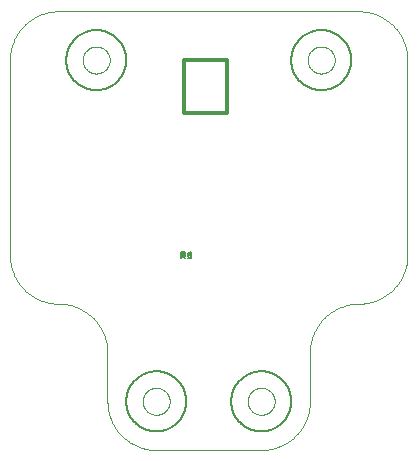
<source format=gto>
G75*
%MOIN*%
%OFA0B0*%
%FSLAX25Y25*%
%IPPOS*%
%LPD*%
%AMOC8*
5,1,8,0,0,1.08239X$1,22.5*
%
%ADD10C,0.00000*%
%ADD11C,0.00600*%
%ADD12C,0.00500*%
%ADD13C,0.01181*%
D10*
X0047650Y0035150D02*
X0047645Y0035543D01*
X0047631Y0035935D01*
X0047607Y0036327D01*
X0047574Y0036718D01*
X0047532Y0037109D01*
X0047479Y0037498D01*
X0047418Y0037886D01*
X0047347Y0038272D01*
X0047267Y0038656D01*
X0047178Y0039039D01*
X0047079Y0039419D01*
X0046971Y0039797D01*
X0046855Y0040172D01*
X0046729Y0040544D01*
X0046594Y0040912D01*
X0046450Y0041278D01*
X0046298Y0041640D01*
X0046137Y0041998D01*
X0045967Y0042352D01*
X0045789Y0042702D01*
X0045602Y0043047D01*
X0045407Y0043388D01*
X0045204Y0043724D01*
X0044993Y0044055D01*
X0044773Y0044381D01*
X0044547Y0044702D01*
X0044312Y0045016D01*
X0044070Y0045326D01*
X0043820Y0045629D01*
X0043563Y0045926D01*
X0043299Y0046217D01*
X0043028Y0046501D01*
X0042751Y0046778D01*
X0042467Y0047049D01*
X0042176Y0047313D01*
X0041879Y0047570D01*
X0041576Y0047820D01*
X0041266Y0048062D01*
X0040952Y0048297D01*
X0040631Y0048523D01*
X0040305Y0048743D01*
X0039974Y0048954D01*
X0039638Y0049157D01*
X0039297Y0049352D01*
X0038952Y0049539D01*
X0038602Y0049717D01*
X0038248Y0049887D01*
X0037890Y0050048D01*
X0037528Y0050200D01*
X0037162Y0050344D01*
X0036794Y0050479D01*
X0036422Y0050605D01*
X0036047Y0050721D01*
X0035669Y0050829D01*
X0035289Y0050928D01*
X0034906Y0051017D01*
X0034522Y0051097D01*
X0034136Y0051168D01*
X0033748Y0051229D01*
X0033359Y0051282D01*
X0032968Y0051324D01*
X0032577Y0051357D01*
X0032185Y0051381D01*
X0031793Y0051395D01*
X0031400Y0051400D01*
X0031007Y0051405D01*
X0030615Y0051419D01*
X0030223Y0051443D01*
X0029832Y0051476D01*
X0029441Y0051518D01*
X0029052Y0051571D01*
X0028664Y0051632D01*
X0028278Y0051703D01*
X0027894Y0051783D01*
X0027511Y0051872D01*
X0027131Y0051971D01*
X0026753Y0052079D01*
X0026378Y0052195D01*
X0026006Y0052321D01*
X0025638Y0052456D01*
X0025272Y0052600D01*
X0024910Y0052752D01*
X0024552Y0052913D01*
X0024198Y0053083D01*
X0023848Y0053261D01*
X0023503Y0053448D01*
X0023162Y0053643D01*
X0022826Y0053846D01*
X0022495Y0054057D01*
X0022169Y0054277D01*
X0021848Y0054503D01*
X0021534Y0054738D01*
X0021224Y0054980D01*
X0020921Y0055230D01*
X0020624Y0055487D01*
X0020333Y0055751D01*
X0020049Y0056022D01*
X0019772Y0056299D01*
X0019501Y0056583D01*
X0019237Y0056874D01*
X0018980Y0057171D01*
X0018730Y0057474D01*
X0018488Y0057784D01*
X0018253Y0058098D01*
X0018027Y0058419D01*
X0017807Y0058745D01*
X0017596Y0059076D01*
X0017393Y0059412D01*
X0017198Y0059753D01*
X0017011Y0060098D01*
X0016833Y0060448D01*
X0016663Y0060802D01*
X0016502Y0061160D01*
X0016350Y0061522D01*
X0016206Y0061888D01*
X0016071Y0062256D01*
X0015945Y0062628D01*
X0015829Y0063003D01*
X0015721Y0063381D01*
X0015622Y0063761D01*
X0015533Y0064144D01*
X0015453Y0064528D01*
X0015382Y0064914D01*
X0015321Y0065302D01*
X0015268Y0065691D01*
X0015226Y0066082D01*
X0015193Y0066473D01*
X0015169Y0066865D01*
X0015155Y0067257D01*
X0015150Y0067650D01*
X0015150Y0132650D01*
X0015155Y0133043D01*
X0015169Y0133435D01*
X0015193Y0133827D01*
X0015226Y0134218D01*
X0015268Y0134609D01*
X0015321Y0134998D01*
X0015382Y0135386D01*
X0015453Y0135772D01*
X0015533Y0136156D01*
X0015622Y0136539D01*
X0015721Y0136919D01*
X0015829Y0137297D01*
X0015945Y0137672D01*
X0016071Y0138044D01*
X0016206Y0138412D01*
X0016350Y0138778D01*
X0016502Y0139140D01*
X0016663Y0139498D01*
X0016833Y0139852D01*
X0017011Y0140202D01*
X0017198Y0140547D01*
X0017393Y0140888D01*
X0017596Y0141224D01*
X0017807Y0141555D01*
X0018027Y0141881D01*
X0018253Y0142202D01*
X0018488Y0142516D01*
X0018730Y0142826D01*
X0018980Y0143129D01*
X0019237Y0143426D01*
X0019501Y0143717D01*
X0019772Y0144001D01*
X0020049Y0144278D01*
X0020333Y0144549D01*
X0020624Y0144813D01*
X0020921Y0145070D01*
X0021224Y0145320D01*
X0021534Y0145562D01*
X0021848Y0145797D01*
X0022169Y0146023D01*
X0022495Y0146243D01*
X0022826Y0146454D01*
X0023162Y0146657D01*
X0023503Y0146852D01*
X0023848Y0147039D01*
X0024198Y0147217D01*
X0024552Y0147387D01*
X0024910Y0147548D01*
X0025272Y0147700D01*
X0025638Y0147844D01*
X0026006Y0147979D01*
X0026378Y0148105D01*
X0026753Y0148221D01*
X0027131Y0148329D01*
X0027511Y0148428D01*
X0027894Y0148517D01*
X0028278Y0148597D01*
X0028664Y0148668D01*
X0029052Y0148729D01*
X0029441Y0148782D01*
X0029832Y0148824D01*
X0030223Y0148857D01*
X0030615Y0148881D01*
X0031007Y0148895D01*
X0031400Y0148900D01*
X0131400Y0148900D01*
X0131793Y0148895D01*
X0132185Y0148881D01*
X0132577Y0148857D01*
X0132968Y0148824D01*
X0133359Y0148782D01*
X0133748Y0148729D01*
X0134136Y0148668D01*
X0134522Y0148597D01*
X0134906Y0148517D01*
X0135289Y0148428D01*
X0135669Y0148329D01*
X0136047Y0148221D01*
X0136422Y0148105D01*
X0136794Y0147979D01*
X0137162Y0147844D01*
X0137528Y0147700D01*
X0137890Y0147548D01*
X0138248Y0147387D01*
X0138602Y0147217D01*
X0138952Y0147039D01*
X0139297Y0146852D01*
X0139638Y0146657D01*
X0139974Y0146454D01*
X0140305Y0146243D01*
X0140631Y0146023D01*
X0140952Y0145797D01*
X0141266Y0145562D01*
X0141576Y0145320D01*
X0141879Y0145070D01*
X0142176Y0144813D01*
X0142467Y0144549D01*
X0142751Y0144278D01*
X0143028Y0144001D01*
X0143299Y0143717D01*
X0143563Y0143426D01*
X0143820Y0143129D01*
X0144070Y0142826D01*
X0144312Y0142516D01*
X0144547Y0142202D01*
X0144773Y0141881D01*
X0144993Y0141555D01*
X0145204Y0141224D01*
X0145407Y0140888D01*
X0145602Y0140547D01*
X0145789Y0140202D01*
X0145967Y0139852D01*
X0146137Y0139498D01*
X0146298Y0139140D01*
X0146450Y0138778D01*
X0146594Y0138412D01*
X0146729Y0138044D01*
X0146855Y0137672D01*
X0146971Y0137297D01*
X0147079Y0136919D01*
X0147178Y0136539D01*
X0147267Y0136156D01*
X0147347Y0135772D01*
X0147418Y0135386D01*
X0147479Y0134998D01*
X0147532Y0134609D01*
X0147574Y0134218D01*
X0147607Y0133827D01*
X0147631Y0133435D01*
X0147645Y0133043D01*
X0147650Y0132650D01*
X0147650Y0067650D01*
X0147645Y0067257D01*
X0147631Y0066865D01*
X0147607Y0066473D01*
X0147574Y0066082D01*
X0147532Y0065691D01*
X0147479Y0065302D01*
X0147418Y0064914D01*
X0147347Y0064528D01*
X0147267Y0064144D01*
X0147178Y0063761D01*
X0147079Y0063381D01*
X0146971Y0063003D01*
X0146855Y0062628D01*
X0146729Y0062256D01*
X0146594Y0061888D01*
X0146450Y0061522D01*
X0146298Y0061160D01*
X0146137Y0060802D01*
X0145967Y0060448D01*
X0145789Y0060098D01*
X0145602Y0059753D01*
X0145407Y0059412D01*
X0145204Y0059076D01*
X0144993Y0058745D01*
X0144773Y0058419D01*
X0144547Y0058098D01*
X0144312Y0057784D01*
X0144070Y0057474D01*
X0143820Y0057171D01*
X0143563Y0056874D01*
X0143299Y0056583D01*
X0143028Y0056299D01*
X0142751Y0056022D01*
X0142467Y0055751D01*
X0142176Y0055487D01*
X0141879Y0055230D01*
X0141576Y0054980D01*
X0141266Y0054738D01*
X0140952Y0054503D01*
X0140631Y0054277D01*
X0140305Y0054057D01*
X0139974Y0053846D01*
X0139638Y0053643D01*
X0139297Y0053448D01*
X0138952Y0053261D01*
X0138602Y0053083D01*
X0138248Y0052913D01*
X0137890Y0052752D01*
X0137528Y0052600D01*
X0137162Y0052456D01*
X0136794Y0052321D01*
X0136422Y0052195D01*
X0136047Y0052079D01*
X0135669Y0051971D01*
X0135289Y0051872D01*
X0134906Y0051783D01*
X0134522Y0051703D01*
X0134136Y0051632D01*
X0133748Y0051571D01*
X0133359Y0051518D01*
X0132968Y0051476D01*
X0132577Y0051443D01*
X0132185Y0051419D01*
X0131793Y0051405D01*
X0131400Y0051400D01*
X0131007Y0051395D01*
X0130615Y0051381D01*
X0130223Y0051357D01*
X0129832Y0051324D01*
X0129441Y0051282D01*
X0129052Y0051229D01*
X0128664Y0051168D01*
X0128278Y0051097D01*
X0127894Y0051017D01*
X0127511Y0050928D01*
X0127131Y0050829D01*
X0126753Y0050721D01*
X0126378Y0050605D01*
X0126006Y0050479D01*
X0125638Y0050344D01*
X0125272Y0050200D01*
X0124910Y0050048D01*
X0124552Y0049887D01*
X0124198Y0049717D01*
X0123848Y0049539D01*
X0123503Y0049352D01*
X0123162Y0049157D01*
X0122826Y0048954D01*
X0122495Y0048743D01*
X0122169Y0048523D01*
X0121848Y0048297D01*
X0121534Y0048062D01*
X0121224Y0047820D01*
X0120921Y0047570D01*
X0120624Y0047313D01*
X0120333Y0047049D01*
X0120049Y0046778D01*
X0119772Y0046501D01*
X0119501Y0046217D01*
X0119237Y0045926D01*
X0118980Y0045629D01*
X0118730Y0045326D01*
X0118488Y0045016D01*
X0118253Y0044702D01*
X0118027Y0044381D01*
X0117807Y0044055D01*
X0117596Y0043724D01*
X0117393Y0043388D01*
X0117198Y0043047D01*
X0117011Y0042702D01*
X0116833Y0042352D01*
X0116663Y0041998D01*
X0116502Y0041640D01*
X0116350Y0041278D01*
X0116206Y0040912D01*
X0116071Y0040544D01*
X0115945Y0040172D01*
X0115829Y0039797D01*
X0115721Y0039419D01*
X0115622Y0039039D01*
X0115533Y0038656D01*
X0115453Y0038272D01*
X0115382Y0037886D01*
X0115321Y0037498D01*
X0115268Y0037109D01*
X0115226Y0036718D01*
X0115193Y0036327D01*
X0115169Y0035935D01*
X0115155Y0035543D01*
X0115150Y0035150D01*
X0115150Y0018900D01*
X0115145Y0018507D01*
X0115131Y0018115D01*
X0115107Y0017723D01*
X0115074Y0017332D01*
X0115032Y0016941D01*
X0114979Y0016552D01*
X0114918Y0016164D01*
X0114847Y0015778D01*
X0114767Y0015394D01*
X0114678Y0015011D01*
X0114579Y0014631D01*
X0114471Y0014253D01*
X0114355Y0013878D01*
X0114229Y0013506D01*
X0114094Y0013138D01*
X0113950Y0012772D01*
X0113798Y0012410D01*
X0113637Y0012052D01*
X0113467Y0011698D01*
X0113289Y0011348D01*
X0113102Y0011003D01*
X0112907Y0010662D01*
X0112704Y0010326D01*
X0112493Y0009995D01*
X0112273Y0009669D01*
X0112047Y0009348D01*
X0111812Y0009034D01*
X0111570Y0008724D01*
X0111320Y0008421D01*
X0111063Y0008124D01*
X0110799Y0007833D01*
X0110528Y0007549D01*
X0110251Y0007272D01*
X0109967Y0007001D01*
X0109676Y0006737D01*
X0109379Y0006480D01*
X0109076Y0006230D01*
X0108766Y0005988D01*
X0108452Y0005753D01*
X0108131Y0005527D01*
X0107805Y0005307D01*
X0107474Y0005096D01*
X0107138Y0004893D01*
X0106797Y0004698D01*
X0106452Y0004511D01*
X0106102Y0004333D01*
X0105748Y0004163D01*
X0105390Y0004002D01*
X0105028Y0003850D01*
X0104662Y0003706D01*
X0104294Y0003571D01*
X0103922Y0003445D01*
X0103547Y0003329D01*
X0103169Y0003221D01*
X0102789Y0003122D01*
X0102406Y0003033D01*
X0102022Y0002953D01*
X0101636Y0002882D01*
X0101248Y0002821D01*
X0100859Y0002768D01*
X0100468Y0002726D01*
X0100077Y0002693D01*
X0099685Y0002669D01*
X0099293Y0002655D01*
X0098900Y0002650D01*
X0063900Y0002650D01*
X0063507Y0002655D01*
X0063115Y0002669D01*
X0062723Y0002693D01*
X0062332Y0002726D01*
X0061941Y0002768D01*
X0061552Y0002821D01*
X0061164Y0002882D01*
X0060778Y0002953D01*
X0060394Y0003033D01*
X0060011Y0003122D01*
X0059631Y0003221D01*
X0059253Y0003329D01*
X0058878Y0003445D01*
X0058506Y0003571D01*
X0058138Y0003706D01*
X0057772Y0003850D01*
X0057410Y0004002D01*
X0057052Y0004163D01*
X0056698Y0004333D01*
X0056348Y0004511D01*
X0056003Y0004698D01*
X0055662Y0004893D01*
X0055326Y0005096D01*
X0054995Y0005307D01*
X0054669Y0005527D01*
X0054348Y0005753D01*
X0054034Y0005988D01*
X0053724Y0006230D01*
X0053421Y0006480D01*
X0053124Y0006737D01*
X0052833Y0007001D01*
X0052549Y0007272D01*
X0052272Y0007549D01*
X0052001Y0007833D01*
X0051737Y0008124D01*
X0051480Y0008421D01*
X0051230Y0008724D01*
X0050988Y0009034D01*
X0050753Y0009348D01*
X0050527Y0009669D01*
X0050307Y0009995D01*
X0050096Y0010326D01*
X0049893Y0010662D01*
X0049698Y0011003D01*
X0049511Y0011348D01*
X0049333Y0011698D01*
X0049163Y0012052D01*
X0049002Y0012410D01*
X0048850Y0012772D01*
X0048706Y0013138D01*
X0048571Y0013506D01*
X0048445Y0013878D01*
X0048329Y0014253D01*
X0048221Y0014631D01*
X0048122Y0015011D01*
X0048033Y0015394D01*
X0047953Y0015778D01*
X0047882Y0016164D01*
X0047821Y0016552D01*
X0047768Y0016941D01*
X0047726Y0017332D01*
X0047693Y0017723D01*
X0047669Y0018115D01*
X0047655Y0018507D01*
X0047650Y0018900D01*
X0047650Y0035150D01*
X0059400Y0018900D02*
X0059402Y0019034D01*
X0059408Y0019168D01*
X0059418Y0019301D01*
X0059432Y0019435D01*
X0059450Y0019568D01*
X0059472Y0019700D01*
X0059497Y0019831D01*
X0059527Y0019962D01*
X0059561Y0020092D01*
X0059598Y0020220D01*
X0059639Y0020348D01*
X0059684Y0020474D01*
X0059733Y0020599D01*
X0059785Y0020722D01*
X0059841Y0020844D01*
X0059901Y0020964D01*
X0059964Y0021082D01*
X0060031Y0021198D01*
X0060101Y0021312D01*
X0060175Y0021424D01*
X0060252Y0021534D01*
X0060332Y0021642D01*
X0060415Y0021747D01*
X0060501Y0021849D01*
X0060590Y0021949D01*
X0060683Y0022046D01*
X0060778Y0022141D01*
X0060876Y0022232D01*
X0060976Y0022321D01*
X0061079Y0022406D01*
X0061185Y0022489D01*
X0061293Y0022568D01*
X0061403Y0022644D01*
X0061516Y0022717D01*
X0061631Y0022786D01*
X0061747Y0022852D01*
X0061866Y0022914D01*
X0061986Y0022973D01*
X0062109Y0023028D01*
X0062232Y0023080D01*
X0062357Y0023127D01*
X0062484Y0023171D01*
X0062612Y0023212D01*
X0062741Y0023248D01*
X0062871Y0023281D01*
X0063002Y0023309D01*
X0063133Y0023334D01*
X0063266Y0023355D01*
X0063399Y0023372D01*
X0063532Y0023385D01*
X0063666Y0023394D01*
X0063800Y0023399D01*
X0063934Y0023400D01*
X0064067Y0023397D01*
X0064201Y0023390D01*
X0064335Y0023379D01*
X0064468Y0023364D01*
X0064601Y0023345D01*
X0064733Y0023322D01*
X0064864Y0023296D01*
X0064994Y0023265D01*
X0065124Y0023230D01*
X0065252Y0023192D01*
X0065379Y0023150D01*
X0065505Y0023104D01*
X0065630Y0023054D01*
X0065753Y0023001D01*
X0065874Y0022944D01*
X0065994Y0022883D01*
X0066111Y0022819D01*
X0066227Y0022752D01*
X0066341Y0022681D01*
X0066452Y0022606D01*
X0066561Y0022529D01*
X0066668Y0022448D01*
X0066773Y0022364D01*
X0066874Y0022277D01*
X0066974Y0022187D01*
X0067070Y0022094D01*
X0067164Y0021998D01*
X0067255Y0021899D01*
X0067342Y0021798D01*
X0067427Y0021694D01*
X0067509Y0021588D01*
X0067587Y0021480D01*
X0067662Y0021369D01*
X0067734Y0021256D01*
X0067803Y0021140D01*
X0067868Y0021023D01*
X0067929Y0020904D01*
X0067987Y0020783D01*
X0068041Y0020661D01*
X0068092Y0020537D01*
X0068139Y0020411D01*
X0068182Y0020284D01*
X0068221Y0020156D01*
X0068257Y0020027D01*
X0068288Y0019897D01*
X0068316Y0019766D01*
X0068340Y0019634D01*
X0068360Y0019501D01*
X0068376Y0019368D01*
X0068388Y0019235D01*
X0068396Y0019101D01*
X0068400Y0018967D01*
X0068400Y0018833D01*
X0068396Y0018699D01*
X0068388Y0018565D01*
X0068376Y0018432D01*
X0068360Y0018299D01*
X0068340Y0018166D01*
X0068316Y0018034D01*
X0068288Y0017903D01*
X0068257Y0017773D01*
X0068221Y0017644D01*
X0068182Y0017516D01*
X0068139Y0017389D01*
X0068092Y0017263D01*
X0068041Y0017139D01*
X0067987Y0017017D01*
X0067929Y0016896D01*
X0067868Y0016777D01*
X0067803Y0016660D01*
X0067734Y0016544D01*
X0067662Y0016431D01*
X0067587Y0016320D01*
X0067509Y0016212D01*
X0067427Y0016106D01*
X0067342Y0016002D01*
X0067255Y0015901D01*
X0067164Y0015802D01*
X0067070Y0015706D01*
X0066974Y0015613D01*
X0066874Y0015523D01*
X0066773Y0015436D01*
X0066668Y0015352D01*
X0066561Y0015271D01*
X0066452Y0015194D01*
X0066341Y0015119D01*
X0066227Y0015048D01*
X0066111Y0014981D01*
X0065994Y0014917D01*
X0065874Y0014856D01*
X0065753Y0014799D01*
X0065630Y0014746D01*
X0065505Y0014696D01*
X0065379Y0014650D01*
X0065252Y0014608D01*
X0065124Y0014570D01*
X0064994Y0014535D01*
X0064864Y0014504D01*
X0064733Y0014478D01*
X0064601Y0014455D01*
X0064468Y0014436D01*
X0064335Y0014421D01*
X0064201Y0014410D01*
X0064067Y0014403D01*
X0063934Y0014400D01*
X0063800Y0014401D01*
X0063666Y0014406D01*
X0063532Y0014415D01*
X0063399Y0014428D01*
X0063266Y0014445D01*
X0063133Y0014466D01*
X0063002Y0014491D01*
X0062871Y0014519D01*
X0062741Y0014552D01*
X0062612Y0014588D01*
X0062484Y0014629D01*
X0062357Y0014673D01*
X0062232Y0014720D01*
X0062109Y0014772D01*
X0061986Y0014827D01*
X0061866Y0014886D01*
X0061747Y0014948D01*
X0061631Y0015014D01*
X0061516Y0015083D01*
X0061403Y0015156D01*
X0061293Y0015232D01*
X0061185Y0015311D01*
X0061079Y0015394D01*
X0060976Y0015479D01*
X0060876Y0015568D01*
X0060778Y0015659D01*
X0060683Y0015754D01*
X0060590Y0015851D01*
X0060501Y0015951D01*
X0060415Y0016053D01*
X0060332Y0016158D01*
X0060252Y0016266D01*
X0060175Y0016376D01*
X0060101Y0016488D01*
X0060031Y0016602D01*
X0059964Y0016718D01*
X0059901Y0016836D01*
X0059841Y0016956D01*
X0059785Y0017078D01*
X0059733Y0017201D01*
X0059684Y0017326D01*
X0059639Y0017452D01*
X0059598Y0017580D01*
X0059561Y0017708D01*
X0059527Y0017838D01*
X0059497Y0017969D01*
X0059472Y0018100D01*
X0059450Y0018232D01*
X0059432Y0018365D01*
X0059418Y0018499D01*
X0059408Y0018632D01*
X0059402Y0018766D01*
X0059400Y0018900D01*
X0094400Y0018900D02*
X0094402Y0019034D01*
X0094408Y0019168D01*
X0094418Y0019301D01*
X0094432Y0019435D01*
X0094450Y0019568D01*
X0094472Y0019700D01*
X0094497Y0019831D01*
X0094527Y0019962D01*
X0094561Y0020092D01*
X0094598Y0020220D01*
X0094639Y0020348D01*
X0094684Y0020474D01*
X0094733Y0020599D01*
X0094785Y0020722D01*
X0094841Y0020844D01*
X0094901Y0020964D01*
X0094964Y0021082D01*
X0095031Y0021198D01*
X0095101Y0021312D01*
X0095175Y0021424D01*
X0095252Y0021534D01*
X0095332Y0021642D01*
X0095415Y0021747D01*
X0095501Y0021849D01*
X0095590Y0021949D01*
X0095683Y0022046D01*
X0095778Y0022141D01*
X0095876Y0022232D01*
X0095976Y0022321D01*
X0096079Y0022406D01*
X0096185Y0022489D01*
X0096293Y0022568D01*
X0096403Y0022644D01*
X0096516Y0022717D01*
X0096631Y0022786D01*
X0096747Y0022852D01*
X0096866Y0022914D01*
X0096986Y0022973D01*
X0097109Y0023028D01*
X0097232Y0023080D01*
X0097357Y0023127D01*
X0097484Y0023171D01*
X0097612Y0023212D01*
X0097741Y0023248D01*
X0097871Y0023281D01*
X0098002Y0023309D01*
X0098133Y0023334D01*
X0098266Y0023355D01*
X0098399Y0023372D01*
X0098532Y0023385D01*
X0098666Y0023394D01*
X0098800Y0023399D01*
X0098934Y0023400D01*
X0099067Y0023397D01*
X0099201Y0023390D01*
X0099335Y0023379D01*
X0099468Y0023364D01*
X0099601Y0023345D01*
X0099733Y0023322D01*
X0099864Y0023296D01*
X0099994Y0023265D01*
X0100124Y0023230D01*
X0100252Y0023192D01*
X0100379Y0023150D01*
X0100505Y0023104D01*
X0100630Y0023054D01*
X0100753Y0023001D01*
X0100874Y0022944D01*
X0100994Y0022883D01*
X0101111Y0022819D01*
X0101227Y0022752D01*
X0101341Y0022681D01*
X0101452Y0022606D01*
X0101561Y0022529D01*
X0101668Y0022448D01*
X0101773Y0022364D01*
X0101874Y0022277D01*
X0101974Y0022187D01*
X0102070Y0022094D01*
X0102164Y0021998D01*
X0102255Y0021899D01*
X0102342Y0021798D01*
X0102427Y0021694D01*
X0102509Y0021588D01*
X0102587Y0021480D01*
X0102662Y0021369D01*
X0102734Y0021256D01*
X0102803Y0021140D01*
X0102868Y0021023D01*
X0102929Y0020904D01*
X0102987Y0020783D01*
X0103041Y0020661D01*
X0103092Y0020537D01*
X0103139Y0020411D01*
X0103182Y0020284D01*
X0103221Y0020156D01*
X0103257Y0020027D01*
X0103288Y0019897D01*
X0103316Y0019766D01*
X0103340Y0019634D01*
X0103360Y0019501D01*
X0103376Y0019368D01*
X0103388Y0019235D01*
X0103396Y0019101D01*
X0103400Y0018967D01*
X0103400Y0018833D01*
X0103396Y0018699D01*
X0103388Y0018565D01*
X0103376Y0018432D01*
X0103360Y0018299D01*
X0103340Y0018166D01*
X0103316Y0018034D01*
X0103288Y0017903D01*
X0103257Y0017773D01*
X0103221Y0017644D01*
X0103182Y0017516D01*
X0103139Y0017389D01*
X0103092Y0017263D01*
X0103041Y0017139D01*
X0102987Y0017017D01*
X0102929Y0016896D01*
X0102868Y0016777D01*
X0102803Y0016660D01*
X0102734Y0016544D01*
X0102662Y0016431D01*
X0102587Y0016320D01*
X0102509Y0016212D01*
X0102427Y0016106D01*
X0102342Y0016002D01*
X0102255Y0015901D01*
X0102164Y0015802D01*
X0102070Y0015706D01*
X0101974Y0015613D01*
X0101874Y0015523D01*
X0101773Y0015436D01*
X0101668Y0015352D01*
X0101561Y0015271D01*
X0101452Y0015194D01*
X0101341Y0015119D01*
X0101227Y0015048D01*
X0101111Y0014981D01*
X0100994Y0014917D01*
X0100874Y0014856D01*
X0100753Y0014799D01*
X0100630Y0014746D01*
X0100505Y0014696D01*
X0100379Y0014650D01*
X0100252Y0014608D01*
X0100124Y0014570D01*
X0099994Y0014535D01*
X0099864Y0014504D01*
X0099733Y0014478D01*
X0099601Y0014455D01*
X0099468Y0014436D01*
X0099335Y0014421D01*
X0099201Y0014410D01*
X0099067Y0014403D01*
X0098934Y0014400D01*
X0098800Y0014401D01*
X0098666Y0014406D01*
X0098532Y0014415D01*
X0098399Y0014428D01*
X0098266Y0014445D01*
X0098133Y0014466D01*
X0098002Y0014491D01*
X0097871Y0014519D01*
X0097741Y0014552D01*
X0097612Y0014588D01*
X0097484Y0014629D01*
X0097357Y0014673D01*
X0097232Y0014720D01*
X0097109Y0014772D01*
X0096986Y0014827D01*
X0096866Y0014886D01*
X0096747Y0014948D01*
X0096631Y0015014D01*
X0096516Y0015083D01*
X0096403Y0015156D01*
X0096293Y0015232D01*
X0096185Y0015311D01*
X0096079Y0015394D01*
X0095976Y0015479D01*
X0095876Y0015568D01*
X0095778Y0015659D01*
X0095683Y0015754D01*
X0095590Y0015851D01*
X0095501Y0015951D01*
X0095415Y0016053D01*
X0095332Y0016158D01*
X0095252Y0016266D01*
X0095175Y0016376D01*
X0095101Y0016488D01*
X0095031Y0016602D01*
X0094964Y0016718D01*
X0094901Y0016836D01*
X0094841Y0016956D01*
X0094785Y0017078D01*
X0094733Y0017201D01*
X0094684Y0017326D01*
X0094639Y0017452D01*
X0094598Y0017580D01*
X0094561Y0017708D01*
X0094527Y0017838D01*
X0094497Y0017969D01*
X0094472Y0018100D01*
X0094450Y0018232D01*
X0094432Y0018365D01*
X0094418Y0018499D01*
X0094408Y0018632D01*
X0094402Y0018766D01*
X0094400Y0018900D01*
X0114400Y0132650D02*
X0114402Y0132784D01*
X0114408Y0132918D01*
X0114418Y0133051D01*
X0114432Y0133185D01*
X0114450Y0133318D01*
X0114472Y0133450D01*
X0114497Y0133581D01*
X0114527Y0133712D01*
X0114561Y0133842D01*
X0114598Y0133970D01*
X0114639Y0134098D01*
X0114684Y0134224D01*
X0114733Y0134349D01*
X0114785Y0134472D01*
X0114841Y0134594D01*
X0114901Y0134714D01*
X0114964Y0134832D01*
X0115031Y0134948D01*
X0115101Y0135062D01*
X0115175Y0135174D01*
X0115252Y0135284D01*
X0115332Y0135392D01*
X0115415Y0135497D01*
X0115501Y0135599D01*
X0115590Y0135699D01*
X0115683Y0135796D01*
X0115778Y0135891D01*
X0115876Y0135982D01*
X0115976Y0136071D01*
X0116079Y0136156D01*
X0116185Y0136239D01*
X0116293Y0136318D01*
X0116403Y0136394D01*
X0116516Y0136467D01*
X0116631Y0136536D01*
X0116747Y0136602D01*
X0116866Y0136664D01*
X0116986Y0136723D01*
X0117109Y0136778D01*
X0117232Y0136830D01*
X0117357Y0136877D01*
X0117484Y0136921D01*
X0117612Y0136962D01*
X0117741Y0136998D01*
X0117871Y0137031D01*
X0118002Y0137059D01*
X0118133Y0137084D01*
X0118266Y0137105D01*
X0118399Y0137122D01*
X0118532Y0137135D01*
X0118666Y0137144D01*
X0118800Y0137149D01*
X0118934Y0137150D01*
X0119067Y0137147D01*
X0119201Y0137140D01*
X0119335Y0137129D01*
X0119468Y0137114D01*
X0119601Y0137095D01*
X0119733Y0137072D01*
X0119864Y0137046D01*
X0119994Y0137015D01*
X0120124Y0136980D01*
X0120252Y0136942D01*
X0120379Y0136900D01*
X0120505Y0136854D01*
X0120630Y0136804D01*
X0120753Y0136751D01*
X0120874Y0136694D01*
X0120994Y0136633D01*
X0121111Y0136569D01*
X0121227Y0136502D01*
X0121341Y0136431D01*
X0121452Y0136356D01*
X0121561Y0136279D01*
X0121668Y0136198D01*
X0121773Y0136114D01*
X0121874Y0136027D01*
X0121974Y0135937D01*
X0122070Y0135844D01*
X0122164Y0135748D01*
X0122255Y0135649D01*
X0122342Y0135548D01*
X0122427Y0135444D01*
X0122509Y0135338D01*
X0122587Y0135230D01*
X0122662Y0135119D01*
X0122734Y0135006D01*
X0122803Y0134890D01*
X0122868Y0134773D01*
X0122929Y0134654D01*
X0122987Y0134533D01*
X0123041Y0134411D01*
X0123092Y0134287D01*
X0123139Y0134161D01*
X0123182Y0134034D01*
X0123221Y0133906D01*
X0123257Y0133777D01*
X0123288Y0133647D01*
X0123316Y0133516D01*
X0123340Y0133384D01*
X0123360Y0133251D01*
X0123376Y0133118D01*
X0123388Y0132985D01*
X0123396Y0132851D01*
X0123400Y0132717D01*
X0123400Y0132583D01*
X0123396Y0132449D01*
X0123388Y0132315D01*
X0123376Y0132182D01*
X0123360Y0132049D01*
X0123340Y0131916D01*
X0123316Y0131784D01*
X0123288Y0131653D01*
X0123257Y0131523D01*
X0123221Y0131394D01*
X0123182Y0131266D01*
X0123139Y0131139D01*
X0123092Y0131013D01*
X0123041Y0130889D01*
X0122987Y0130767D01*
X0122929Y0130646D01*
X0122868Y0130527D01*
X0122803Y0130410D01*
X0122734Y0130294D01*
X0122662Y0130181D01*
X0122587Y0130070D01*
X0122509Y0129962D01*
X0122427Y0129856D01*
X0122342Y0129752D01*
X0122255Y0129651D01*
X0122164Y0129552D01*
X0122070Y0129456D01*
X0121974Y0129363D01*
X0121874Y0129273D01*
X0121773Y0129186D01*
X0121668Y0129102D01*
X0121561Y0129021D01*
X0121452Y0128944D01*
X0121341Y0128869D01*
X0121227Y0128798D01*
X0121111Y0128731D01*
X0120994Y0128667D01*
X0120874Y0128606D01*
X0120753Y0128549D01*
X0120630Y0128496D01*
X0120505Y0128446D01*
X0120379Y0128400D01*
X0120252Y0128358D01*
X0120124Y0128320D01*
X0119994Y0128285D01*
X0119864Y0128254D01*
X0119733Y0128228D01*
X0119601Y0128205D01*
X0119468Y0128186D01*
X0119335Y0128171D01*
X0119201Y0128160D01*
X0119067Y0128153D01*
X0118934Y0128150D01*
X0118800Y0128151D01*
X0118666Y0128156D01*
X0118532Y0128165D01*
X0118399Y0128178D01*
X0118266Y0128195D01*
X0118133Y0128216D01*
X0118002Y0128241D01*
X0117871Y0128269D01*
X0117741Y0128302D01*
X0117612Y0128338D01*
X0117484Y0128379D01*
X0117357Y0128423D01*
X0117232Y0128470D01*
X0117109Y0128522D01*
X0116986Y0128577D01*
X0116866Y0128636D01*
X0116747Y0128698D01*
X0116631Y0128764D01*
X0116516Y0128833D01*
X0116403Y0128906D01*
X0116293Y0128982D01*
X0116185Y0129061D01*
X0116079Y0129144D01*
X0115976Y0129229D01*
X0115876Y0129318D01*
X0115778Y0129409D01*
X0115683Y0129504D01*
X0115590Y0129601D01*
X0115501Y0129701D01*
X0115415Y0129803D01*
X0115332Y0129908D01*
X0115252Y0130016D01*
X0115175Y0130126D01*
X0115101Y0130238D01*
X0115031Y0130352D01*
X0114964Y0130468D01*
X0114901Y0130586D01*
X0114841Y0130706D01*
X0114785Y0130828D01*
X0114733Y0130951D01*
X0114684Y0131076D01*
X0114639Y0131202D01*
X0114598Y0131330D01*
X0114561Y0131458D01*
X0114527Y0131588D01*
X0114497Y0131719D01*
X0114472Y0131850D01*
X0114450Y0131982D01*
X0114432Y0132115D01*
X0114418Y0132249D01*
X0114408Y0132382D01*
X0114402Y0132516D01*
X0114400Y0132650D01*
X0039400Y0132650D02*
X0039402Y0132784D01*
X0039408Y0132918D01*
X0039418Y0133051D01*
X0039432Y0133185D01*
X0039450Y0133318D01*
X0039472Y0133450D01*
X0039497Y0133581D01*
X0039527Y0133712D01*
X0039561Y0133842D01*
X0039598Y0133970D01*
X0039639Y0134098D01*
X0039684Y0134224D01*
X0039733Y0134349D01*
X0039785Y0134472D01*
X0039841Y0134594D01*
X0039901Y0134714D01*
X0039964Y0134832D01*
X0040031Y0134948D01*
X0040101Y0135062D01*
X0040175Y0135174D01*
X0040252Y0135284D01*
X0040332Y0135392D01*
X0040415Y0135497D01*
X0040501Y0135599D01*
X0040590Y0135699D01*
X0040683Y0135796D01*
X0040778Y0135891D01*
X0040876Y0135982D01*
X0040976Y0136071D01*
X0041079Y0136156D01*
X0041185Y0136239D01*
X0041293Y0136318D01*
X0041403Y0136394D01*
X0041516Y0136467D01*
X0041631Y0136536D01*
X0041747Y0136602D01*
X0041866Y0136664D01*
X0041986Y0136723D01*
X0042109Y0136778D01*
X0042232Y0136830D01*
X0042357Y0136877D01*
X0042484Y0136921D01*
X0042612Y0136962D01*
X0042741Y0136998D01*
X0042871Y0137031D01*
X0043002Y0137059D01*
X0043133Y0137084D01*
X0043266Y0137105D01*
X0043399Y0137122D01*
X0043532Y0137135D01*
X0043666Y0137144D01*
X0043800Y0137149D01*
X0043934Y0137150D01*
X0044067Y0137147D01*
X0044201Y0137140D01*
X0044335Y0137129D01*
X0044468Y0137114D01*
X0044601Y0137095D01*
X0044733Y0137072D01*
X0044864Y0137046D01*
X0044994Y0137015D01*
X0045124Y0136980D01*
X0045252Y0136942D01*
X0045379Y0136900D01*
X0045505Y0136854D01*
X0045630Y0136804D01*
X0045753Y0136751D01*
X0045874Y0136694D01*
X0045994Y0136633D01*
X0046111Y0136569D01*
X0046227Y0136502D01*
X0046341Y0136431D01*
X0046452Y0136356D01*
X0046561Y0136279D01*
X0046668Y0136198D01*
X0046773Y0136114D01*
X0046874Y0136027D01*
X0046974Y0135937D01*
X0047070Y0135844D01*
X0047164Y0135748D01*
X0047255Y0135649D01*
X0047342Y0135548D01*
X0047427Y0135444D01*
X0047509Y0135338D01*
X0047587Y0135230D01*
X0047662Y0135119D01*
X0047734Y0135006D01*
X0047803Y0134890D01*
X0047868Y0134773D01*
X0047929Y0134654D01*
X0047987Y0134533D01*
X0048041Y0134411D01*
X0048092Y0134287D01*
X0048139Y0134161D01*
X0048182Y0134034D01*
X0048221Y0133906D01*
X0048257Y0133777D01*
X0048288Y0133647D01*
X0048316Y0133516D01*
X0048340Y0133384D01*
X0048360Y0133251D01*
X0048376Y0133118D01*
X0048388Y0132985D01*
X0048396Y0132851D01*
X0048400Y0132717D01*
X0048400Y0132583D01*
X0048396Y0132449D01*
X0048388Y0132315D01*
X0048376Y0132182D01*
X0048360Y0132049D01*
X0048340Y0131916D01*
X0048316Y0131784D01*
X0048288Y0131653D01*
X0048257Y0131523D01*
X0048221Y0131394D01*
X0048182Y0131266D01*
X0048139Y0131139D01*
X0048092Y0131013D01*
X0048041Y0130889D01*
X0047987Y0130767D01*
X0047929Y0130646D01*
X0047868Y0130527D01*
X0047803Y0130410D01*
X0047734Y0130294D01*
X0047662Y0130181D01*
X0047587Y0130070D01*
X0047509Y0129962D01*
X0047427Y0129856D01*
X0047342Y0129752D01*
X0047255Y0129651D01*
X0047164Y0129552D01*
X0047070Y0129456D01*
X0046974Y0129363D01*
X0046874Y0129273D01*
X0046773Y0129186D01*
X0046668Y0129102D01*
X0046561Y0129021D01*
X0046452Y0128944D01*
X0046341Y0128869D01*
X0046227Y0128798D01*
X0046111Y0128731D01*
X0045994Y0128667D01*
X0045874Y0128606D01*
X0045753Y0128549D01*
X0045630Y0128496D01*
X0045505Y0128446D01*
X0045379Y0128400D01*
X0045252Y0128358D01*
X0045124Y0128320D01*
X0044994Y0128285D01*
X0044864Y0128254D01*
X0044733Y0128228D01*
X0044601Y0128205D01*
X0044468Y0128186D01*
X0044335Y0128171D01*
X0044201Y0128160D01*
X0044067Y0128153D01*
X0043934Y0128150D01*
X0043800Y0128151D01*
X0043666Y0128156D01*
X0043532Y0128165D01*
X0043399Y0128178D01*
X0043266Y0128195D01*
X0043133Y0128216D01*
X0043002Y0128241D01*
X0042871Y0128269D01*
X0042741Y0128302D01*
X0042612Y0128338D01*
X0042484Y0128379D01*
X0042357Y0128423D01*
X0042232Y0128470D01*
X0042109Y0128522D01*
X0041986Y0128577D01*
X0041866Y0128636D01*
X0041747Y0128698D01*
X0041631Y0128764D01*
X0041516Y0128833D01*
X0041403Y0128906D01*
X0041293Y0128982D01*
X0041185Y0129061D01*
X0041079Y0129144D01*
X0040976Y0129229D01*
X0040876Y0129318D01*
X0040778Y0129409D01*
X0040683Y0129504D01*
X0040590Y0129601D01*
X0040501Y0129701D01*
X0040415Y0129803D01*
X0040332Y0129908D01*
X0040252Y0130016D01*
X0040175Y0130126D01*
X0040101Y0130238D01*
X0040031Y0130352D01*
X0039964Y0130468D01*
X0039901Y0130586D01*
X0039841Y0130706D01*
X0039785Y0130828D01*
X0039733Y0130951D01*
X0039684Y0131076D01*
X0039639Y0131202D01*
X0039598Y0131330D01*
X0039561Y0131458D01*
X0039527Y0131588D01*
X0039497Y0131719D01*
X0039472Y0131850D01*
X0039450Y0131982D01*
X0039432Y0132115D01*
X0039418Y0132249D01*
X0039408Y0132382D01*
X0039402Y0132516D01*
X0039400Y0132650D01*
D11*
X0033900Y0132650D02*
X0033903Y0132895D01*
X0033912Y0133141D01*
X0033927Y0133386D01*
X0033948Y0133630D01*
X0033975Y0133874D01*
X0034008Y0134117D01*
X0034047Y0134360D01*
X0034092Y0134601D01*
X0034143Y0134841D01*
X0034200Y0135080D01*
X0034262Y0135317D01*
X0034331Y0135553D01*
X0034405Y0135787D01*
X0034485Y0136019D01*
X0034570Y0136249D01*
X0034661Y0136477D01*
X0034758Y0136702D01*
X0034860Y0136926D01*
X0034968Y0137146D01*
X0035081Y0137364D01*
X0035199Y0137579D01*
X0035323Y0137791D01*
X0035451Y0138000D01*
X0035585Y0138206D01*
X0035724Y0138408D01*
X0035868Y0138607D01*
X0036017Y0138802D01*
X0036170Y0138994D01*
X0036328Y0139182D01*
X0036490Y0139366D01*
X0036658Y0139545D01*
X0036829Y0139721D01*
X0037005Y0139892D01*
X0037184Y0140060D01*
X0037368Y0140222D01*
X0037556Y0140380D01*
X0037748Y0140533D01*
X0037943Y0140682D01*
X0038142Y0140826D01*
X0038344Y0140965D01*
X0038550Y0141099D01*
X0038759Y0141227D01*
X0038971Y0141351D01*
X0039186Y0141469D01*
X0039404Y0141582D01*
X0039624Y0141690D01*
X0039848Y0141792D01*
X0040073Y0141889D01*
X0040301Y0141980D01*
X0040531Y0142065D01*
X0040763Y0142145D01*
X0040997Y0142219D01*
X0041233Y0142288D01*
X0041470Y0142350D01*
X0041709Y0142407D01*
X0041949Y0142458D01*
X0042190Y0142503D01*
X0042433Y0142542D01*
X0042676Y0142575D01*
X0042920Y0142602D01*
X0043164Y0142623D01*
X0043409Y0142638D01*
X0043655Y0142647D01*
X0043900Y0142650D01*
X0044145Y0142647D01*
X0044391Y0142638D01*
X0044636Y0142623D01*
X0044880Y0142602D01*
X0045124Y0142575D01*
X0045367Y0142542D01*
X0045610Y0142503D01*
X0045851Y0142458D01*
X0046091Y0142407D01*
X0046330Y0142350D01*
X0046567Y0142288D01*
X0046803Y0142219D01*
X0047037Y0142145D01*
X0047269Y0142065D01*
X0047499Y0141980D01*
X0047727Y0141889D01*
X0047952Y0141792D01*
X0048176Y0141690D01*
X0048396Y0141582D01*
X0048614Y0141469D01*
X0048829Y0141351D01*
X0049041Y0141227D01*
X0049250Y0141099D01*
X0049456Y0140965D01*
X0049658Y0140826D01*
X0049857Y0140682D01*
X0050052Y0140533D01*
X0050244Y0140380D01*
X0050432Y0140222D01*
X0050616Y0140060D01*
X0050795Y0139892D01*
X0050971Y0139721D01*
X0051142Y0139545D01*
X0051310Y0139366D01*
X0051472Y0139182D01*
X0051630Y0138994D01*
X0051783Y0138802D01*
X0051932Y0138607D01*
X0052076Y0138408D01*
X0052215Y0138206D01*
X0052349Y0138000D01*
X0052477Y0137791D01*
X0052601Y0137579D01*
X0052719Y0137364D01*
X0052832Y0137146D01*
X0052940Y0136926D01*
X0053042Y0136702D01*
X0053139Y0136477D01*
X0053230Y0136249D01*
X0053315Y0136019D01*
X0053395Y0135787D01*
X0053469Y0135553D01*
X0053538Y0135317D01*
X0053600Y0135080D01*
X0053657Y0134841D01*
X0053708Y0134601D01*
X0053753Y0134360D01*
X0053792Y0134117D01*
X0053825Y0133874D01*
X0053852Y0133630D01*
X0053873Y0133386D01*
X0053888Y0133141D01*
X0053897Y0132895D01*
X0053900Y0132650D01*
X0053897Y0132405D01*
X0053888Y0132159D01*
X0053873Y0131914D01*
X0053852Y0131670D01*
X0053825Y0131426D01*
X0053792Y0131183D01*
X0053753Y0130940D01*
X0053708Y0130699D01*
X0053657Y0130459D01*
X0053600Y0130220D01*
X0053538Y0129983D01*
X0053469Y0129747D01*
X0053395Y0129513D01*
X0053315Y0129281D01*
X0053230Y0129051D01*
X0053139Y0128823D01*
X0053042Y0128598D01*
X0052940Y0128374D01*
X0052832Y0128154D01*
X0052719Y0127936D01*
X0052601Y0127721D01*
X0052477Y0127509D01*
X0052349Y0127300D01*
X0052215Y0127094D01*
X0052076Y0126892D01*
X0051932Y0126693D01*
X0051783Y0126498D01*
X0051630Y0126306D01*
X0051472Y0126118D01*
X0051310Y0125934D01*
X0051142Y0125755D01*
X0050971Y0125579D01*
X0050795Y0125408D01*
X0050616Y0125240D01*
X0050432Y0125078D01*
X0050244Y0124920D01*
X0050052Y0124767D01*
X0049857Y0124618D01*
X0049658Y0124474D01*
X0049456Y0124335D01*
X0049250Y0124201D01*
X0049041Y0124073D01*
X0048829Y0123949D01*
X0048614Y0123831D01*
X0048396Y0123718D01*
X0048176Y0123610D01*
X0047952Y0123508D01*
X0047727Y0123411D01*
X0047499Y0123320D01*
X0047269Y0123235D01*
X0047037Y0123155D01*
X0046803Y0123081D01*
X0046567Y0123012D01*
X0046330Y0122950D01*
X0046091Y0122893D01*
X0045851Y0122842D01*
X0045610Y0122797D01*
X0045367Y0122758D01*
X0045124Y0122725D01*
X0044880Y0122698D01*
X0044636Y0122677D01*
X0044391Y0122662D01*
X0044145Y0122653D01*
X0043900Y0122650D01*
X0043655Y0122653D01*
X0043409Y0122662D01*
X0043164Y0122677D01*
X0042920Y0122698D01*
X0042676Y0122725D01*
X0042433Y0122758D01*
X0042190Y0122797D01*
X0041949Y0122842D01*
X0041709Y0122893D01*
X0041470Y0122950D01*
X0041233Y0123012D01*
X0040997Y0123081D01*
X0040763Y0123155D01*
X0040531Y0123235D01*
X0040301Y0123320D01*
X0040073Y0123411D01*
X0039848Y0123508D01*
X0039624Y0123610D01*
X0039404Y0123718D01*
X0039186Y0123831D01*
X0038971Y0123949D01*
X0038759Y0124073D01*
X0038550Y0124201D01*
X0038344Y0124335D01*
X0038142Y0124474D01*
X0037943Y0124618D01*
X0037748Y0124767D01*
X0037556Y0124920D01*
X0037368Y0125078D01*
X0037184Y0125240D01*
X0037005Y0125408D01*
X0036829Y0125579D01*
X0036658Y0125755D01*
X0036490Y0125934D01*
X0036328Y0126118D01*
X0036170Y0126306D01*
X0036017Y0126498D01*
X0035868Y0126693D01*
X0035724Y0126892D01*
X0035585Y0127094D01*
X0035451Y0127300D01*
X0035323Y0127509D01*
X0035199Y0127721D01*
X0035081Y0127936D01*
X0034968Y0128154D01*
X0034860Y0128374D01*
X0034758Y0128598D01*
X0034661Y0128823D01*
X0034570Y0129051D01*
X0034485Y0129281D01*
X0034405Y0129513D01*
X0034331Y0129747D01*
X0034262Y0129983D01*
X0034200Y0130220D01*
X0034143Y0130459D01*
X0034092Y0130699D01*
X0034047Y0130940D01*
X0034008Y0131183D01*
X0033975Y0131426D01*
X0033948Y0131670D01*
X0033927Y0131914D01*
X0033912Y0132159D01*
X0033903Y0132405D01*
X0033900Y0132650D01*
X0108900Y0132650D02*
X0108903Y0132895D01*
X0108912Y0133141D01*
X0108927Y0133386D01*
X0108948Y0133630D01*
X0108975Y0133874D01*
X0109008Y0134117D01*
X0109047Y0134360D01*
X0109092Y0134601D01*
X0109143Y0134841D01*
X0109200Y0135080D01*
X0109262Y0135317D01*
X0109331Y0135553D01*
X0109405Y0135787D01*
X0109485Y0136019D01*
X0109570Y0136249D01*
X0109661Y0136477D01*
X0109758Y0136702D01*
X0109860Y0136926D01*
X0109968Y0137146D01*
X0110081Y0137364D01*
X0110199Y0137579D01*
X0110323Y0137791D01*
X0110451Y0138000D01*
X0110585Y0138206D01*
X0110724Y0138408D01*
X0110868Y0138607D01*
X0111017Y0138802D01*
X0111170Y0138994D01*
X0111328Y0139182D01*
X0111490Y0139366D01*
X0111658Y0139545D01*
X0111829Y0139721D01*
X0112005Y0139892D01*
X0112184Y0140060D01*
X0112368Y0140222D01*
X0112556Y0140380D01*
X0112748Y0140533D01*
X0112943Y0140682D01*
X0113142Y0140826D01*
X0113344Y0140965D01*
X0113550Y0141099D01*
X0113759Y0141227D01*
X0113971Y0141351D01*
X0114186Y0141469D01*
X0114404Y0141582D01*
X0114624Y0141690D01*
X0114848Y0141792D01*
X0115073Y0141889D01*
X0115301Y0141980D01*
X0115531Y0142065D01*
X0115763Y0142145D01*
X0115997Y0142219D01*
X0116233Y0142288D01*
X0116470Y0142350D01*
X0116709Y0142407D01*
X0116949Y0142458D01*
X0117190Y0142503D01*
X0117433Y0142542D01*
X0117676Y0142575D01*
X0117920Y0142602D01*
X0118164Y0142623D01*
X0118409Y0142638D01*
X0118655Y0142647D01*
X0118900Y0142650D01*
X0119145Y0142647D01*
X0119391Y0142638D01*
X0119636Y0142623D01*
X0119880Y0142602D01*
X0120124Y0142575D01*
X0120367Y0142542D01*
X0120610Y0142503D01*
X0120851Y0142458D01*
X0121091Y0142407D01*
X0121330Y0142350D01*
X0121567Y0142288D01*
X0121803Y0142219D01*
X0122037Y0142145D01*
X0122269Y0142065D01*
X0122499Y0141980D01*
X0122727Y0141889D01*
X0122952Y0141792D01*
X0123176Y0141690D01*
X0123396Y0141582D01*
X0123614Y0141469D01*
X0123829Y0141351D01*
X0124041Y0141227D01*
X0124250Y0141099D01*
X0124456Y0140965D01*
X0124658Y0140826D01*
X0124857Y0140682D01*
X0125052Y0140533D01*
X0125244Y0140380D01*
X0125432Y0140222D01*
X0125616Y0140060D01*
X0125795Y0139892D01*
X0125971Y0139721D01*
X0126142Y0139545D01*
X0126310Y0139366D01*
X0126472Y0139182D01*
X0126630Y0138994D01*
X0126783Y0138802D01*
X0126932Y0138607D01*
X0127076Y0138408D01*
X0127215Y0138206D01*
X0127349Y0138000D01*
X0127477Y0137791D01*
X0127601Y0137579D01*
X0127719Y0137364D01*
X0127832Y0137146D01*
X0127940Y0136926D01*
X0128042Y0136702D01*
X0128139Y0136477D01*
X0128230Y0136249D01*
X0128315Y0136019D01*
X0128395Y0135787D01*
X0128469Y0135553D01*
X0128538Y0135317D01*
X0128600Y0135080D01*
X0128657Y0134841D01*
X0128708Y0134601D01*
X0128753Y0134360D01*
X0128792Y0134117D01*
X0128825Y0133874D01*
X0128852Y0133630D01*
X0128873Y0133386D01*
X0128888Y0133141D01*
X0128897Y0132895D01*
X0128900Y0132650D01*
X0128897Y0132405D01*
X0128888Y0132159D01*
X0128873Y0131914D01*
X0128852Y0131670D01*
X0128825Y0131426D01*
X0128792Y0131183D01*
X0128753Y0130940D01*
X0128708Y0130699D01*
X0128657Y0130459D01*
X0128600Y0130220D01*
X0128538Y0129983D01*
X0128469Y0129747D01*
X0128395Y0129513D01*
X0128315Y0129281D01*
X0128230Y0129051D01*
X0128139Y0128823D01*
X0128042Y0128598D01*
X0127940Y0128374D01*
X0127832Y0128154D01*
X0127719Y0127936D01*
X0127601Y0127721D01*
X0127477Y0127509D01*
X0127349Y0127300D01*
X0127215Y0127094D01*
X0127076Y0126892D01*
X0126932Y0126693D01*
X0126783Y0126498D01*
X0126630Y0126306D01*
X0126472Y0126118D01*
X0126310Y0125934D01*
X0126142Y0125755D01*
X0125971Y0125579D01*
X0125795Y0125408D01*
X0125616Y0125240D01*
X0125432Y0125078D01*
X0125244Y0124920D01*
X0125052Y0124767D01*
X0124857Y0124618D01*
X0124658Y0124474D01*
X0124456Y0124335D01*
X0124250Y0124201D01*
X0124041Y0124073D01*
X0123829Y0123949D01*
X0123614Y0123831D01*
X0123396Y0123718D01*
X0123176Y0123610D01*
X0122952Y0123508D01*
X0122727Y0123411D01*
X0122499Y0123320D01*
X0122269Y0123235D01*
X0122037Y0123155D01*
X0121803Y0123081D01*
X0121567Y0123012D01*
X0121330Y0122950D01*
X0121091Y0122893D01*
X0120851Y0122842D01*
X0120610Y0122797D01*
X0120367Y0122758D01*
X0120124Y0122725D01*
X0119880Y0122698D01*
X0119636Y0122677D01*
X0119391Y0122662D01*
X0119145Y0122653D01*
X0118900Y0122650D01*
X0118655Y0122653D01*
X0118409Y0122662D01*
X0118164Y0122677D01*
X0117920Y0122698D01*
X0117676Y0122725D01*
X0117433Y0122758D01*
X0117190Y0122797D01*
X0116949Y0122842D01*
X0116709Y0122893D01*
X0116470Y0122950D01*
X0116233Y0123012D01*
X0115997Y0123081D01*
X0115763Y0123155D01*
X0115531Y0123235D01*
X0115301Y0123320D01*
X0115073Y0123411D01*
X0114848Y0123508D01*
X0114624Y0123610D01*
X0114404Y0123718D01*
X0114186Y0123831D01*
X0113971Y0123949D01*
X0113759Y0124073D01*
X0113550Y0124201D01*
X0113344Y0124335D01*
X0113142Y0124474D01*
X0112943Y0124618D01*
X0112748Y0124767D01*
X0112556Y0124920D01*
X0112368Y0125078D01*
X0112184Y0125240D01*
X0112005Y0125408D01*
X0111829Y0125579D01*
X0111658Y0125755D01*
X0111490Y0125934D01*
X0111328Y0126118D01*
X0111170Y0126306D01*
X0111017Y0126498D01*
X0110868Y0126693D01*
X0110724Y0126892D01*
X0110585Y0127094D01*
X0110451Y0127300D01*
X0110323Y0127509D01*
X0110199Y0127721D01*
X0110081Y0127936D01*
X0109968Y0128154D01*
X0109860Y0128374D01*
X0109758Y0128598D01*
X0109661Y0128823D01*
X0109570Y0129051D01*
X0109485Y0129281D01*
X0109405Y0129513D01*
X0109331Y0129747D01*
X0109262Y0129983D01*
X0109200Y0130220D01*
X0109143Y0130459D01*
X0109092Y0130699D01*
X0109047Y0130940D01*
X0109008Y0131183D01*
X0108975Y0131426D01*
X0108948Y0131670D01*
X0108927Y0131914D01*
X0108912Y0132159D01*
X0108903Y0132405D01*
X0108900Y0132650D01*
X0088900Y0018900D02*
X0088903Y0019145D01*
X0088912Y0019391D01*
X0088927Y0019636D01*
X0088948Y0019880D01*
X0088975Y0020124D01*
X0089008Y0020367D01*
X0089047Y0020610D01*
X0089092Y0020851D01*
X0089143Y0021091D01*
X0089200Y0021330D01*
X0089262Y0021567D01*
X0089331Y0021803D01*
X0089405Y0022037D01*
X0089485Y0022269D01*
X0089570Y0022499D01*
X0089661Y0022727D01*
X0089758Y0022952D01*
X0089860Y0023176D01*
X0089968Y0023396D01*
X0090081Y0023614D01*
X0090199Y0023829D01*
X0090323Y0024041D01*
X0090451Y0024250D01*
X0090585Y0024456D01*
X0090724Y0024658D01*
X0090868Y0024857D01*
X0091017Y0025052D01*
X0091170Y0025244D01*
X0091328Y0025432D01*
X0091490Y0025616D01*
X0091658Y0025795D01*
X0091829Y0025971D01*
X0092005Y0026142D01*
X0092184Y0026310D01*
X0092368Y0026472D01*
X0092556Y0026630D01*
X0092748Y0026783D01*
X0092943Y0026932D01*
X0093142Y0027076D01*
X0093344Y0027215D01*
X0093550Y0027349D01*
X0093759Y0027477D01*
X0093971Y0027601D01*
X0094186Y0027719D01*
X0094404Y0027832D01*
X0094624Y0027940D01*
X0094848Y0028042D01*
X0095073Y0028139D01*
X0095301Y0028230D01*
X0095531Y0028315D01*
X0095763Y0028395D01*
X0095997Y0028469D01*
X0096233Y0028538D01*
X0096470Y0028600D01*
X0096709Y0028657D01*
X0096949Y0028708D01*
X0097190Y0028753D01*
X0097433Y0028792D01*
X0097676Y0028825D01*
X0097920Y0028852D01*
X0098164Y0028873D01*
X0098409Y0028888D01*
X0098655Y0028897D01*
X0098900Y0028900D01*
X0099145Y0028897D01*
X0099391Y0028888D01*
X0099636Y0028873D01*
X0099880Y0028852D01*
X0100124Y0028825D01*
X0100367Y0028792D01*
X0100610Y0028753D01*
X0100851Y0028708D01*
X0101091Y0028657D01*
X0101330Y0028600D01*
X0101567Y0028538D01*
X0101803Y0028469D01*
X0102037Y0028395D01*
X0102269Y0028315D01*
X0102499Y0028230D01*
X0102727Y0028139D01*
X0102952Y0028042D01*
X0103176Y0027940D01*
X0103396Y0027832D01*
X0103614Y0027719D01*
X0103829Y0027601D01*
X0104041Y0027477D01*
X0104250Y0027349D01*
X0104456Y0027215D01*
X0104658Y0027076D01*
X0104857Y0026932D01*
X0105052Y0026783D01*
X0105244Y0026630D01*
X0105432Y0026472D01*
X0105616Y0026310D01*
X0105795Y0026142D01*
X0105971Y0025971D01*
X0106142Y0025795D01*
X0106310Y0025616D01*
X0106472Y0025432D01*
X0106630Y0025244D01*
X0106783Y0025052D01*
X0106932Y0024857D01*
X0107076Y0024658D01*
X0107215Y0024456D01*
X0107349Y0024250D01*
X0107477Y0024041D01*
X0107601Y0023829D01*
X0107719Y0023614D01*
X0107832Y0023396D01*
X0107940Y0023176D01*
X0108042Y0022952D01*
X0108139Y0022727D01*
X0108230Y0022499D01*
X0108315Y0022269D01*
X0108395Y0022037D01*
X0108469Y0021803D01*
X0108538Y0021567D01*
X0108600Y0021330D01*
X0108657Y0021091D01*
X0108708Y0020851D01*
X0108753Y0020610D01*
X0108792Y0020367D01*
X0108825Y0020124D01*
X0108852Y0019880D01*
X0108873Y0019636D01*
X0108888Y0019391D01*
X0108897Y0019145D01*
X0108900Y0018900D01*
X0108897Y0018655D01*
X0108888Y0018409D01*
X0108873Y0018164D01*
X0108852Y0017920D01*
X0108825Y0017676D01*
X0108792Y0017433D01*
X0108753Y0017190D01*
X0108708Y0016949D01*
X0108657Y0016709D01*
X0108600Y0016470D01*
X0108538Y0016233D01*
X0108469Y0015997D01*
X0108395Y0015763D01*
X0108315Y0015531D01*
X0108230Y0015301D01*
X0108139Y0015073D01*
X0108042Y0014848D01*
X0107940Y0014624D01*
X0107832Y0014404D01*
X0107719Y0014186D01*
X0107601Y0013971D01*
X0107477Y0013759D01*
X0107349Y0013550D01*
X0107215Y0013344D01*
X0107076Y0013142D01*
X0106932Y0012943D01*
X0106783Y0012748D01*
X0106630Y0012556D01*
X0106472Y0012368D01*
X0106310Y0012184D01*
X0106142Y0012005D01*
X0105971Y0011829D01*
X0105795Y0011658D01*
X0105616Y0011490D01*
X0105432Y0011328D01*
X0105244Y0011170D01*
X0105052Y0011017D01*
X0104857Y0010868D01*
X0104658Y0010724D01*
X0104456Y0010585D01*
X0104250Y0010451D01*
X0104041Y0010323D01*
X0103829Y0010199D01*
X0103614Y0010081D01*
X0103396Y0009968D01*
X0103176Y0009860D01*
X0102952Y0009758D01*
X0102727Y0009661D01*
X0102499Y0009570D01*
X0102269Y0009485D01*
X0102037Y0009405D01*
X0101803Y0009331D01*
X0101567Y0009262D01*
X0101330Y0009200D01*
X0101091Y0009143D01*
X0100851Y0009092D01*
X0100610Y0009047D01*
X0100367Y0009008D01*
X0100124Y0008975D01*
X0099880Y0008948D01*
X0099636Y0008927D01*
X0099391Y0008912D01*
X0099145Y0008903D01*
X0098900Y0008900D01*
X0098655Y0008903D01*
X0098409Y0008912D01*
X0098164Y0008927D01*
X0097920Y0008948D01*
X0097676Y0008975D01*
X0097433Y0009008D01*
X0097190Y0009047D01*
X0096949Y0009092D01*
X0096709Y0009143D01*
X0096470Y0009200D01*
X0096233Y0009262D01*
X0095997Y0009331D01*
X0095763Y0009405D01*
X0095531Y0009485D01*
X0095301Y0009570D01*
X0095073Y0009661D01*
X0094848Y0009758D01*
X0094624Y0009860D01*
X0094404Y0009968D01*
X0094186Y0010081D01*
X0093971Y0010199D01*
X0093759Y0010323D01*
X0093550Y0010451D01*
X0093344Y0010585D01*
X0093142Y0010724D01*
X0092943Y0010868D01*
X0092748Y0011017D01*
X0092556Y0011170D01*
X0092368Y0011328D01*
X0092184Y0011490D01*
X0092005Y0011658D01*
X0091829Y0011829D01*
X0091658Y0012005D01*
X0091490Y0012184D01*
X0091328Y0012368D01*
X0091170Y0012556D01*
X0091017Y0012748D01*
X0090868Y0012943D01*
X0090724Y0013142D01*
X0090585Y0013344D01*
X0090451Y0013550D01*
X0090323Y0013759D01*
X0090199Y0013971D01*
X0090081Y0014186D01*
X0089968Y0014404D01*
X0089860Y0014624D01*
X0089758Y0014848D01*
X0089661Y0015073D01*
X0089570Y0015301D01*
X0089485Y0015531D01*
X0089405Y0015763D01*
X0089331Y0015997D01*
X0089262Y0016233D01*
X0089200Y0016470D01*
X0089143Y0016709D01*
X0089092Y0016949D01*
X0089047Y0017190D01*
X0089008Y0017433D01*
X0088975Y0017676D01*
X0088948Y0017920D01*
X0088927Y0018164D01*
X0088912Y0018409D01*
X0088903Y0018655D01*
X0088900Y0018900D01*
X0053900Y0018900D02*
X0053903Y0019145D01*
X0053912Y0019391D01*
X0053927Y0019636D01*
X0053948Y0019880D01*
X0053975Y0020124D01*
X0054008Y0020367D01*
X0054047Y0020610D01*
X0054092Y0020851D01*
X0054143Y0021091D01*
X0054200Y0021330D01*
X0054262Y0021567D01*
X0054331Y0021803D01*
X0054405Y0022037D01*
X0054485Y0022269D01*
X0054570Y0022499D01*
X0054661Y0022727D01*
X0054758Y0022952D01*
X0054860Y0023176D01*
X0054968Y0023396D01*
X0055081Y0023614D01*
X0055199Y0023829D01*
X0055323Y0024041D01*
X0055451Y0024250D01*
X0055585Y0024456D01*
X0055724Y0024658D01*
X0055868Y0024857D01*
X0056017Y0025052D01*
X0056170Y0025244D01*
X0056328Y0025432D01*
X0056490Y0025616D01*
X0056658Y0025795D01*
X0056829Y0025971D01*
X0057005Y0026142D01*
X0057184Y0026310D01*
X0057368Y0026472D01*
X0057556Y0026630D01*
X0057748Y0026783D01*
X0057943Y0026932D01*
X0058142Y0027076D01*
X0058344Y0027215D01*
X0058550Y0027349D01*
X0058759Y0027477D01*
X0058971Y0027601D01*
X0059186Y0027719D01*
X0059404Y0027832D01*
X0059624Y0027940D01*
X0059848Y0028042D01*
X0060073Y0028139D01*
X0060301Y0028230D01*
X0060531Y0028315D01*
X0060763Y0028395D01*
X0060997Y0028469D01*
X0061233Y0028538D01*
X0061470Y0028600D01*
X0061709Y0028657D01*
X0061949Y0028708D01*
X0062190Y0028753D01*
X0062433Y0028792D01*
X0062676Y0028825D01*
X0062920Y0028852D01*
X0063164Y0028873D01*
X0063409Y0028888D01*
X0063655Y0028897D01*
X0063900Y0028900D01*
X0064145Y0028897D01*
X0064391Y0028888D01*
X0064636Y0028873D01*
X0064880Y0028852D01*
X0065124Y0028825D01*
X0065367Y0028792D01*
X0065610Y0028753D01*
X0065851Y0028708D01*
X0066091Y0028657D01*
X0066330Y0028600D01*
X0066567Y0028538D01*
X0066803Y0028469D01*
X0067037Y0028395D01*
X0067269Y0028315D01*
X0067499Y0028230D01*
X0067727Y0028139D01*
X0067952Y0028042D01*
X0068176Y0027940D01*
X0068396Y0027832D01*
X0068614Y0027719D01*
X0068829Y0027601D01*
X0069041Y0027477D01*
X0069250Y0027349D01*
X0069456Y0027215D01*
X0069658Y0027076D01*
X0069857Y0026932D01*
X0070052Y0026783D01*
X0070244Y0026630D01*
X0070432Y0026472D01*
X0070616Y0026310D01*
X0070795Y0026142D01*
X0070971Y0025971D01*
X0071142Y0025795D01*
X0071310Y0025616D01*
X0071472Y0025432D01*
X0071630Y0025244D01*
X0071783Y0025052D01*
X0071932Y0024857D01*
X0072076Y0024658D01*
X0072215Y0024456D01*
X0072349Y0024250D01*
X0072477Y0024041D01*
X0072601Y0023829D01*
X0072719Y0023614D01*
X0072832Y0023396D01*
X0072940Y0023176D01*
X0073042Y0022952D01*
X0073139Y0022727D01*
X0073230Y0022499D01*
X0073315Y0022269D01*
X0073395Y0022037D01*
X0073469Y0021803D01*
X0073538Y0021567D01*
X0073600Y0021330D01*
X0073657Y0021091D01*
X0073708Y0020851D01*
X0073753Y0020610D01*
X0073792Y0020367D01*
X0073825Y0020124D01*
X0073852Y0019880D01*
X0073873Y0019636D01*
X0073888Y0019391D01*
X0073897Y0019145D01*
X0073900Y0018900D01*
X0073897Y0018655D01*
X0073888Y0018409D01*
X0073873Y0018164D01*
X0073852Y0017920D01*
X0073825Y0017676D01*
X0073792Y0017433D01*
X0073753Y0017190D01*
X0073708Y0016949D01*
X0073657Y0016709D01*
X0073600Y0016470D01*
X0073538Y0016233D01*
X0073469Y0015997D01*
X0073395Y0015763D01*
X0073315Y0015531D01*
X0073230Y0015301D01*
X0073139Y0015073D01*
X0073042Y0014848D01*
X0072940Y0014624D01*
X0072832Y0014404D01*
X0072719Y0014186D01*
X0072601Y0013971D01*
X0072477Y0013759D01*
X0072349Y0013550D01*
X0072215Y0013344D01*
X0072076Y0013142D01*
X0071932Y0012943D01*
X0071783Y0012748D01*
X0071630Y0012556D01*
X0071472Y0012368D01*
X0071310Y0012184D01*
X0071142Y0012005D01*
X0070971Y0011829D01*
X0070795Y0011658D01*
X0070616Y0011490D01*
X0070432Y0011328D01*
X0070244Y0011170D01*
X0070052Y0011017D01*
X0069857Y0010868D01*
X0069658Y0010724D01*
X0069456Y0010585D01*
X0069250Y0010451D01*
X0069041Y0010323D01*
X0068829Y0010199D01*
X0068614Y0010081D01*
X0068396Y0009968D01*
X0068176Y0009860D01*
X0067952Y0009758D01*
X0067727Y0009661D01*
X0067499Y0009570D01*
X0067269Y0009485D01*
X0067037Y0009405D01*
X0066803Y0009331D01*
X0066567Y0009262D01*
X0066330Y0009200D01*
X0066091Y0009143D01*
X0065851Y0009092D01*
X0065610Y0009047D01*
X0065367Y0009008D01*
X0065124Y0008975D01*
X0064880Y0008948D01*
X0064636Y0008927D01*
X0064391Y0008912D01*
X0064145Y0008903D01*
X0063900Y0008900D01*
X0063655Y0008903D01*
X0063409Y0008912D01*
X0063164Y0008927D01*
X0062920Y0008948D01*
X0062676Y0008975D01*
X0062433Y0009008D01*
X0062190Y0009047D01*
X0061949Y0009092D01*
X0061709Y0009143D01*
X0061470Y0009200D01*
X0061233Y0009262D01*
X0060997Y0009331D01*
X0060763Y0009405D01*
X0060531Y0009485D01*
X0060301Y0009570D01*
X0060073Y0009661D01*
X0059848Y0009758D01*
X0059624Y0009860D01*
X0059404Y0009968D01*
X0059186Y0010081D01*
X0058971Y0010199D01*
X0058759Y0010323D01*
X0058550Y0010451D01*
X0058344Y0010585D01*
X0058142Y0010724D01*
X0057943Y0010868D01*
X0057748Y0011017D01*
X0057556Y0011170D01*
X0057368Y0011328D01*
X0057184Y0011490D01*
X0057005Y0011658D01*
X0056829Y0011829D01*
X0056658Y0012005D01*
X0056490Y0012184D01*
X0056328Y0012368D01*
X0056170Y0012556D01*
X0056017Y0012748D01*
X0055868Y0012943D01*
X0055724Y0013142D01*
X0055585Y0013344D01*
X0055451Y0013550D01*
X0055323Y0013759D01*
X0055199Y0013971D01*
X0055081Y0014186D01*
X0054968Y0014404D01*
X0054860Y0014624D01*
X0054758Y0014848D01*
X0054661Y0015073D01*
X0054570Y0015301D01*
X0054485Y0015531D01*
X0054405Y0015763D01*
X0054331Y0015997D01*
X0054262Y0016233D01*
X0054200Y0016470D01*
X0054143Y0016709D01*
X0054092Y0016949D01*
X0054047Y0017190D01*
X0054008Y0017433D01*
X0053975Y0017676D01*
X0053948Y0017920D01*
X0053927Y0018164D01*
X0053912Y0018409D01*
X0053903Y0018655D01*
X0053900Y0018900D01*
D12*
X0072190Y0066500D02*
X0072190Y0068402D01*
X0073141Y0068402D01*
X0073458Y0068085D01*
X0073458Y0067451D01*
X0073141Y0067134D01*
X0072190Y0067134D01*
X0072190Y0066900D02*
X0072190Y0068802D01*
X0073141Y0068802D01*
X0073458Y0068485D01*
X0073458Y0067851D01*
X0073141Y0067534D01*
X0072190Y0067534D01*
X0072824Y0067534D02*
X0073458Y0066900D01*
X0073458Y0066500D02*
X0072824Y0067134D01*
X0074400Y0067451D02*
X0074400Y0068402D01*
X0075668Y0068402D01*
X0075351Y0068802D02*
X0074400Y0067851D01*
X0075668Y0067851D01*
X0075351Y0067768D02*
X0075668Y0067451D01*
X0075668Y0066817D01*
X0075351Y0066500D01*
X0074717Y0066500D01*
X0074400Y0066817D01*
X0074400Y0067451D02*
X0075034Y0067768D01*
X0075351Y0067768D01*
X0075351Y0066900D02*
X0075351Y0068802D01*
D13*
X0073083Y0115100D02*
X0073083Y0132817D01*
X0087650Y0132817D01*
X0087650Y0115100D01*
X0073083Y0115100D01*
M02*

</source>
